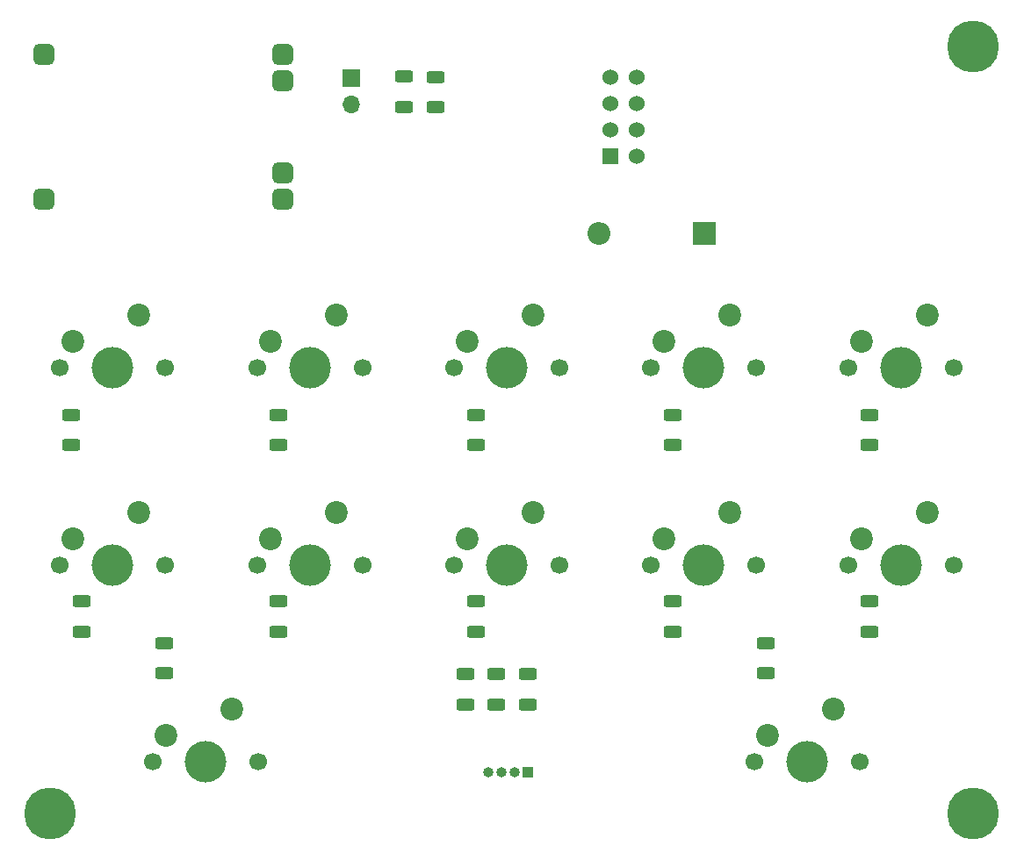
<source format=gbs>
%TF.GenerationSoftware,KiCad,Pcbnew,6.0.5-a6ca702e91~116~ubuntu22.04.1*%
%TF.CreationDate,2022-07-07T11:21:45+05:30*%
%TF.ProjectId,macro_pad,6d616372-6f5f-4706-9164-2e6b69636164,rev?*%
%TF.SameCoordinates,Original*%
%TF.FileFunction,Soldermask,Bot*%
%TF.FilePolarity,Negative*%
%FSLAX46Y46*%
G04 Gerber Fmt 4.6, Leading zero omitted, Abs format (unit mm)*
G04 Created by KiCad (PCBNEW 6.0.5-a6ca702e91~116~ubuntu22.04.1) date 2022-07-07 11:21:45*
%MOMM*%
%LPD*%
G01*
G04 APERTURE LIST*
G04 Aperture macros list*
%AMRoundRect*
0 Rectangle with rounded corners*
0 $1 Rounding radius*
0 $2 $3 $4 $5 $6 $7 $8 $9 X,Y pos of 4 corners*
0 Add a 4 corners polygon primitive as box body*
4,1,4,$2,$3,$4,$5,$6,$7,$8,$9,$2,$3,0*
0 Add four circle primitives for the rounded corners*
1,1,$1+$1,$2,$3*
1,1,$1+$1,$4,$5*
1,1,$1+$1,$6,$7*
1,1,$1+$1,$8,$9*
0 Add four rect primitives between the rounded corners*
20,1,$1+$1,$2,$3,$4,$5,0*
20,1,$1+$1,$4,$5,$6,$7,0*
20,1,$1+$1,$6,$7,$8,$9,0*
20,1,$1+$1,$8,$9,$2,$3,0*%
G04 Aperture macros list end*
%ADD10R,1.000000X1.000000*%
%ADD11O,1.000000X1.000000*%
%ADD12C,1.700000*%
%ADD13C,4.000000*%
%ADD14C,2.200000*%
%ADD15R,2.200000X2.200000*%
%ADD16O,2.200000X2.200000*%
%ADD17R,1.700000X1.700000*%
%ADD18O,1.700000X1.700000*%
%ADD19C,5.000000*%
%ADD20RoundRect,0.250000X0.625000X-0.312500X0.625000X0.312500X-0.625000X0.312500X-0.625000X-0.312500X0*%
%ADD21RoundRect,0.250000X-0.625000X0.312500X-0.625000X-0.312500X0.625000X-0.312500X0.625000X0.312500X0*%
%ADD22RoundRect,0.500000X-0.500000X-0.500000X0.500000X-0.500000X0.500000X0.500000X-0.500000X0.500000X0*%
%ADD23R,1.524000X1.524000*%
%ADD24C,1.524000*%
G04 APERTURE END LIST*
D10*
%TO.C,D1*%
X147000000Y-152000000D03*
D11*
X145730000Y-152000000D03*
X144460000Y-152000000D03*
X143190000Y-152000000D03*
%TD*%
D12*
%TO.C,SW12*%
X168920000Y-151000000D03*
D13*
X174000000Y-151000000D03*
D12*
X179080000Y-151000000D03*
D14*
X176540000Y-145920000D03*
X170190000Y-148460000D03*
%TD*%
D13*
%TO.C,SW6*%
X107000000Y-132000000D03*
D12*
X101920000Y-132000000D03*
X112080000Y-132000000D03*
D14*
X109540000Y-126920000D03*
X103190000Y-129460000D03*
%TD*%
D12*
%TO.C,SW8*%
X150080000Y-132000000D03*
X139920000Y-132000000D03*
D13*
X145000000Y-132000000D03*
D14*
X147540000Y-126920000D03*
X141190000Y-129460000D03*
%TD*%
D13*
%TO.C,SW1*%
X107000000Y-113000000D03*
D12*
X101920000Y-113000000D03*
X112080000Y-113000000D03*
D14*
X109540000Y-107920000D03*
X103190000Y-110460000D03*
%TD*%
D12*
%TO.C,SW9*%
X169080000Y-132000000D03*
X158920000Y-132000000D03*
D13*
X164000000Y-132000000D03*
D14*
X166540000Y-126920000D03*
X160190000Y-129460000D03*
%TD*%
D15*
%TO.C,D2*%
X164080000Y-100000000D03*
D16*
X153920000Y-100000000D03*
%TD*%
D12*
%TO.C,SW2*%
X131080000Y-113000000D03*
D13*
X126000000Y-113000000D03*
D12*
X120920000Y-113000000D03*
D14*
X128540000Y-107920000D03*
X122190000Y-110460000D03*
%TD*%
D12*
%TO.C,SW5*%
X177920000Y-113000000D03*
D13*
X183000000Y-113000000D03*
D12*
X188080000Y-113000000D03*
D14*
X185540000Y-107920000D03*
X179190000Y-110460000D03*
%TD*%
D12*
%TO.C,SW11*%
X121080000Y-151000000D03*
X110920000Y-151000000D03*
D13*
X116000000Y-151000000D03*
D14*
X118540000Y-145920000D03*
X112190000Y-148460000D03*
%TD*%
D13*
%TO.C,SW7*%
X126000000Y-132000000D03*
D12*
X120920000Y-132000000D03*
X131080000Y-132000000D03*
D14*
X128540000Y-126920000D03*
X122190000Y-129460000D03*
%TD*%
D12*
%TO.C,SW3*%
X150080000Y-113000000D03*
D13*
X145000000Y-113000000D03*
D12*
X139920000Y-113000000D03*
D14*
X147540000Y-107920000D03*
X141190000Y-110460000D03*
%TD*%
D17*
%TO.C,J1*%
X130000000Y-85000000D03*
D18*
X130000000Y-87540000D03*
%TD*%
D19*
%TO.C,H2*%
X190000000Y-82000000D03*
%TD*%
%TO.C,H4*%
X190000000Y-156000000D03*
%TD*%
%TO.C,H3*%
X101000000Y-156000000D03*
%TD*%
D12*
%TO.C,SW10*%
X177920000Y-132000000D03*
D13*
X183000000Y-132000000D03*
D12*
X188080000Y-132000000D03*
D14*
X185540000Y-126920000D03*
X179190000Y-129460000D03*
%TD*%
D13*
%TO.C,SW4*%
X164000000Y-113000000D03*
D12*
X158920000Y-113000000D03*
X169080000Y-113000000D03*
D14*
X166540000Y-107920000D03*
X160190000Y-110460000D03*
%TD*%
D20*
%TO.C,R6*%
X104000000Y-138462500D03*
X104000000Y-135537500D03*
%TD*%
D21*
%TO.C,R17*%
X135130000Y-84882500D03*
X135130000Y-87807500D03*
%TD*%
D20*
%TO.C,R3*%
X142000000Y-120462500D03*
X142000000Y-117537500D03*
%TD*%
%TO.C,R2*%
X123000000Y-120462500D03*
X123000000Y-117537500D03*
%TD*%
%TO.C,R7*%
X123000000Y-138462500D03*
X123000000Y-135537500D03*
%TD*%
D22*
%TO.C,U1*%
X100375000Y-96750000D03*
X100375000Y-82750000D03*
X123375000Y-96750000D03*
X123375000Y-94210000D03*
X123375000Y-85290000D03*
X123375000Y-82750000D03*
%TD*%
D20*
%TO.C,R16*%
X138130000Y-87845000D03*
X138130000Y-84920000D03*
%TD*%
D21*
%TO.C,R11*%
X112000000Y-139537500D03*
X112000000Y-142462500D03*
%TD*%
D20*
%TO.C,R8*%
X142000000Y-138462500D03*
X142000000Y-135537500D03*
%TD*%
%TO.C,R5*%
X180000000Y-120462500D03*
X180000000Y-117537500D03*
%TD*%
D21*
%TO.C,R15*%
X170000000Y-139537500D03*
X170000000Y-142462500D03*
%TD*%
D23*
%TO.C,U3*%
X155000000Y-92540000D03*
D24*
X157540000Y-92540000D03*
X155000000Y-90000000D03*
X157540000Y-90000000D03*
X155000000Y-87460000D03*
X157540000Y-87460000D03*
X155000000Y-84920000D03*
X157540000Y-84920000D03*
%TD*%
D20*
%TO.C,R13*%
X144000000Y-145462500D03*
X144000000Y-142537500D03*
%TD*%
%TO.C,R14*%
X147000000Y-145462500D03*
X147000000Y-142537500D03*
%TD*%
%TO.C,R10*%
X180000000Y-138462500D03*
X180000000Y-135537500D03*
%TD*%
%TO.C,R1*%
X103000000Y-120462500D03*
X103000000Y-117537500D03*
%TD*%
%TO.C,R12*%
X141000000Y-145462500D03*
X141000000Y-142537500D03*
%TD*%
%TO.C,R4*%
X161000000Y-120462500D03*
X161000000Y-117537500D03*
%TD*%
%TO.C,R9*%
X161000000Y-138462500D03*
X161000000Y-135537500D03*
%TD*%
M02*

</source>
